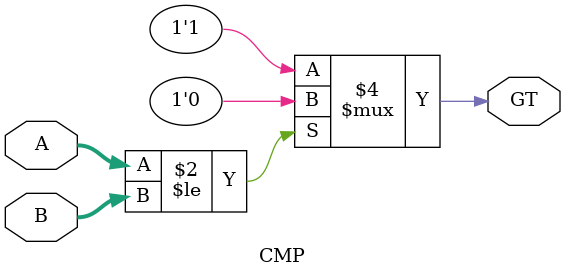
<source format=v>
`timescale 1ns / 1ps

module CMP #(parameter WIDTH = 8)(
        input [WIDTH-1:0] A, B,
        output reg GT
    );
        always @ (A or B) begin
                GT <= 1'b1;
            if (A <= B) GT <= 1'b0;
            else GT <= 1'b1;
        end
endmodule

</source>
